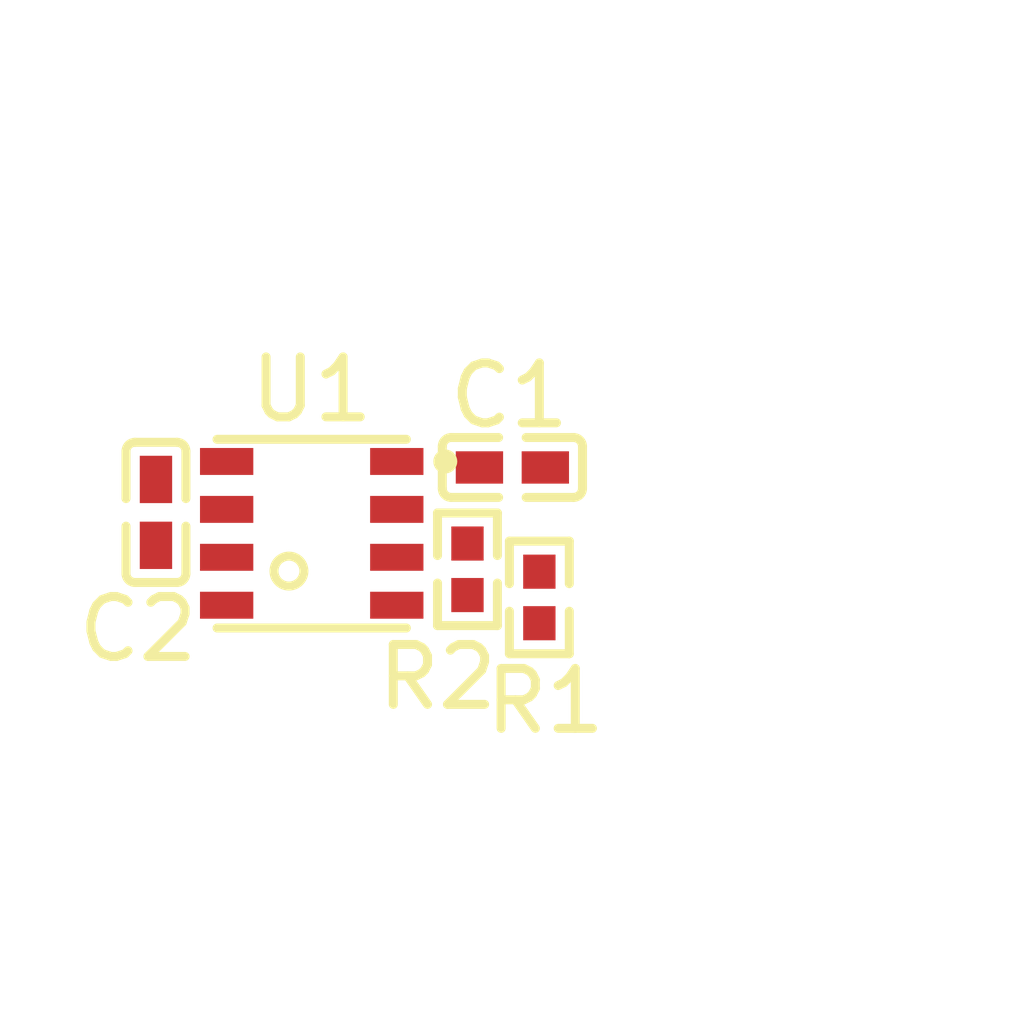
<source format=kicad_pcb>
(kicad_pcb (version 20241229) (generator "pcbnew") (generator_version "9.0")
  (layers (0 "F.Cu" signal) (2 "B.Cu" signal) (13 "F.Paste" user) (15 "B.Paste" user) (5 "F.SilkS" user "F.Silkscreen") (7 "B.SilkS" user "B.Silkscreen") (1 "F.Mask" user) (3 "B.Mask" user) (25 "Edge.Cuts" user))
  (net 0 "")
  (net 1 "SCK")
  (net 2 "SDI")
  (net 3 "SDO")
  (net 4 "VDDIO")
  (net 5 "gnd")
  (footprint "atopile:R0402-56259e" (layer "F.Cu") (at 139.3 78.57 90)
    (property "Reference" "R1" (at -1.73 0.1 180) (layer "F.SilkS") (hide no))
    (property "Value" "1kΩ ±1% 62.5mW")
    (fp_line (start 0.94 -0.5) (end 0.23 -0.5) (stroke (width 0.15)) (layer "F.SilkS"))
    (fp_line (start -0.94 -0.5) (end -0.23 -0.5) (stroke (width 0.15)) (layer "F.SilkS"))
    (fp_line (start 0.94 0.5) (end 0.94 -0.5) (stroke (width 0.15)) (layer "F.SilkS"))
    (fp_line (start 0.23 0.5) (end 0.94 0.5) (stroke (width 0.15)) (layer "F.SilkS"))
    (fp_line (start -0.23 0.5) (end -0.94 0.5) (stroke (width 0.15)) (layer "F.SilkS"))
    (fp_line (start -0.94 0.5) (end -0.94 -0.5) (stroke (width 0.15)) (layer "F.SilkS"))
    (pad "1" smd rect (at -0.43 0 90) (size 0.57 0.54) (layers "F.Cu" "F.Mask" "F.Paste") (net 1 "SCK"))
    (pad "2" smd rect (at 0.43 0 90) (size 0.57 0.54) (layers "F.Cu" "F.Mask" "F.Paste") (net 4 "VDDIO"))
  )
  (footprint "atopile:C0402-b3ef17" (layer "F.Cu") (at 138.85 76.4 0)
    (property "Reference" "C1" (at -0.05 -1.2 0) (layer "F.SilkS") (hide no))
    (property "Value" "100nF ±10% 16V X7R")
    (fp_line (start -1.17 0.35) (end -1.17 -0.35) (stroke (width 0.15)) (layer "F.SilkS"))
    (fp_line (start -1.02 -0.5) (end -0.23 -0.5) (stroke (width 0.15)) (layer "F.SilkS"))
    (fp_line (start -0.23 0.5) (end -1.02 0.5) (stroke (width 0.15)) (layer "F.SilkS"))
    (fp_line (start 0.23 0.5) (end 1.02 0.5) (stroke (width 0.15)) (layer "F.SilkS"))
    (fp_line (start 1.02 -0.5) (end 0.23 -0.5) (stroke (width 0.15)) (layer "F.SilkS"))
    (fp_line (start 1.17 0.35) (end 1.17 -0.35) (stroke (width 0.15)) (layer "F.SilkS"))
    (fp_arc (start -1.17 -0.35) (mid -1.126066 -0.456066) (end -1.02 -0.5) (stroke (width 0.15)) (layer "F.SilkS"))
    (fp_arc (start -1.02 0.5) (mid -1.126066 0.456066) (end -1.17 0.35) (stroke (width 0.15)) (layer "F.SilkS"))
    (fp_arc (start 1.02 -0.5) (mid 1.126066 -0.456066) (end 1.17 -0.35) (stroke (width 0.15)) (layer "F.SilkS"))
    (fp_arc (start 1.17 0.35) (mid 1.126066 0.456066) (end 1.02 0.5) (stroke (width 0.15)) (layer "F.SilkS"))
    (pad "1" smd rect (at -0.55 0 0) (size 0.79 0.54) (layers "F.Cu" "F.Mask" "F.Paste") (net 4 "VDDIO"))
    (pad "2" smd rect (at 0.55 0 0) (size 0.79 0.54) (layers "F.Cu" "F.Mask" "F.Paste") (net 5 "gnd"))
  )
  (footprint "atopile:C0402-b3ef17" (layer "F.Cu") (at 132.9 77.15 -90)
    (property "Reference" "C2" (at 1.95 0.3 180) (layer "F.SilkS") (hide no))
    (property "Value" "100nF ±10% 16V X7R")
    (fp_line (start -0.23 0.5) (end -1.02 0.5) (stroke (width 0.15)) (layer "F.SilkS"))
    (fp_line (start 0.23 0.5) (end 1.02 0.5) (stroke (width 0.15)) (layer "F.SilkS"))
    (fp_line (start -1.17 0.35) (end -1.17 -0.35) (stroke (width 0.15)) (layer "F.SilkS"))
    (fp_line (start 1.17 0.35) (end 1.17 -0.35) (stroke (width 0.15)) (layer "F.SilkS"))
    (fp_line (start -1.02 -0.5) (end -0.23 -0.5) (stroke (width 0.15)) (layer "F.SilkS"))
    (fp_line (start 1.02 -0.5) (end 0.23 -0.5) (stroke (width 0.15)) (layer "F.SilkS"))
    (fp_arc (start -1.02 0.5) (mid -1.126066 0.456066) (end -1.17 0.35) (stroke (width 0.15)) (layer "F.SilkS"))
    (fp_arc (start 1.17 0.35) (mid 1.126066 0.456066) (end 1.02 0.5) (stroke (width 0.15)) (layer "F.SilkS"))
    (fp_arc (start -1.17 -0.35) (mid -1.126066 -0.456066) (end -1.02 -0.5) (stroke (width 0.15)) (layer "F.SilkS"))
    (fp_arc (start 1.02 -0.5) (mid 1.126066 -0.456066) (end 1.17 -0.35) (stroke (width 0.15)) (layer "F.SilkS"))
    (pad "1" smd rect (at -0.55 0 270) (size 0.79 0.54) (layers "F.Cu" "F.Mask" "F.Paste") (net 4 "VDDIO"))
    (pad "2" smd rect (at 0.55 0 270) (size 0.79 0.54) (layers "F.Cu" "F.Mask" "F.Paste") (net 5 "gnd"))
  )
  (footprint "atopile:LGA-8_L3.0-W3.0-P0.80_BME688-7465bb" (layer "F.Cu") (at 135.5 77.5 0)
    (property "Reference" "U1" (at 0 -2.4 0) (layer "F.SilkS") (hide no))
    (property "Value" "")
    (fp_line (start -1.58 -1.57) (end 1.58 -1.57) (stroke (width 0.15)) (layer "F.SilkS"))
    (fp_line (start -1.58 1.58) (end 1.58 1.58) (stroke (width 0.15)) (layer "F.SilkS"))
    (fp_circle (center -0.38 0.63) (end -0.13 0.63) (stroke (width 0.15)) (fill no) (layer "F.SilkS"))
    (fp_circle (center 2.23 -1.2) (end 2.33 -1.2) (stroke (width 0.2)) (fill no) (layer "F.SilkS"))
    (pad "1" smd rect (at 1.42 -1.2 270) (size 0.45 0.89) (layers "F.Cu" "F.Mask" "F.Paste") (net 5 "gnd"))
    (pad "2" smd rect (at 1.42 -0.4 270) (size 0.45 0.89) (layers "F.Cu" "F.Mask" "F.Paste") (net 4 "VDDIO"))
    (pad "3" smd rect (at 1.42 0.4 270) (size 0.45 0.89) (layers "F.Cu" "F.Mask" "F.Paste") (net 2 "SDI"))
    (pad "4" smd rect (at 1.42 1.2 270) (size 0.45 0.89) (layers "F.Cu" "F.Mask" "F.Paste") (net 1 "SCK"))
    (pad "5" smd rect (at -1.42 1.2 270) (size 0.45 0.89) (layers "F.Cu" "F.Mask" "F.Paste") (net 3 "SDO"))
    (pad "6" smd rect (at -1.42 0.4 270) (size 0.45 0.89) (layers "F.Cu" "F.Mask" "F.Paste") (net 4 "VDDIO"))
    (pad "7" smd rect (at -1.42 -0.4 270) (size 0.45 0.89) (layers "F.Cu" "F.Mask" "F.Paste") (net 5 "gnd"))
    (pad "8" smd rect (at -1.42 -1.2 270) (size 0.45 0.89) (layers "F.Cu" "F.Mask" "F.Paste") (net 4 "VDDIO"))
  )
  (footprint "atopile:R0402-56259e" (layer "F.Cu") (at 138.1 78.1 90)
    (property "Reference" "R2" (at -1.8 -0.5 180) (layer "F.SilkS") (hide no))
    (property "Value" "1kΩ ±1% 62.5mW")
    (fp_line (start 0.94 -0.5) (end 0.23 -0.5) (stroke (width 0.15)) (layer "F.SilkS"))
    (fp_line (start -0.94 -0.5) (end -0.23 -0.5) (stroke (width 0.15)) (layer "F.SilkS"))
    (fp_line (start 0.94 0.5) (end 0.94 -0.5) (stroke (width 0.15)) (layer "F.SilkS"))
    (fp_line (start 0.23 0.5) (end 0.94 0.5) (stroke (width 0.15)) (layer "F.SilkS"))
    (fp_line (start -0.23 0.5) (end -0.94 0.5) (stroke (width 0.15)) (layer "F.SilkS"))
    (fp_line (start -0.94 0.5) (end -0.94 -0.5) (stroke (width 0.15)) (layer "F.SilkS"))
    (pad "1" smd rect (at -0.43 0 90) (size 0.57 0.54) (layers "F.Cu" "F.Mask" "F.Paste") (net 2 "SDI"))
    (pad "2" smd rect (at 0.43 0 90) (size 0.57 0.54) (layers "F.Cu" "F.Mask" "F.Paste") (net 4 "VDDIO"))
  )
)
</source>
